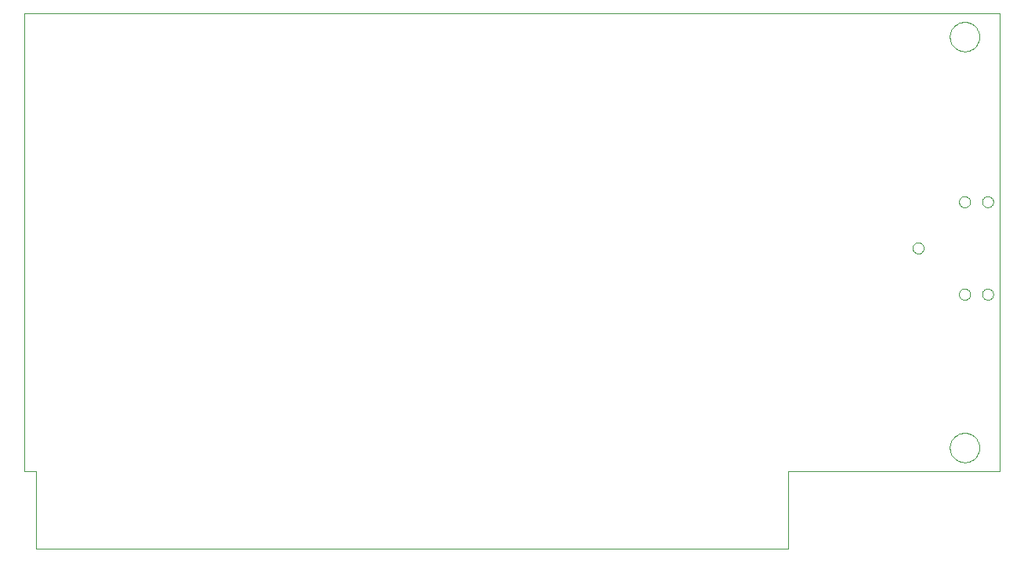
<source format=gko>
G75*
%MOIN*%
%OFA0B0*%
%FSLAX24Y24*%
%IPPOS*%
%LPD*%
%AMOC8*
5,1,8,0,0,1.08239X$1,22.5*
%
%ADD10C,0.0000*%
D10*
X000680Y000140D02*
X032680Y000140D01*
X032680Y003440D01*
X041680Y003440D01*
X041680Y022936D01*
X000180Y022936D01*
X000180Y003440D01*
X000680Y003440D01*
X000680Y000140D01*
X037975Y012940D02*
X037977Y012970D01*
X037983Y013000D01*
X037992Y013029D01*
X038005Y013056D01*
X038022Y013081D01*
X038041Y013104D01*
X038064Y013125D01*
X038089Y013142D01*
X038115Y013156D01*
X038144Y013166D01*
X038173Y013173D01*
X038203Y013176D01*
X038234Y013175D01*
X038264Y013170D01*
X038293Y013161D01*
X038320Y013149D01*
X038346Y013134D01*
X038370Y013115D01*
X038391Y013093D01*
X038409Y013069D01*
X038424Y013042D01*
X038435Y013014D01*
X038443Y012985D01*
X038447Y012955D01*
X038447Y012925D01*
X038443Y012895D01*
X038435Y012866D01*
X038424Y012838D01*
X038409Y012811D01*
X038391Y012787D01*
X038370Y012765D01*
X038346Y012746D01*
X038320Y012731D01*
X038293Y012719D01*
X038264Y012710D01*
X038234Y012705D01*
X038203Y012704D01*
X038173Y012707D01*
X038144Y012714D01*
X038115Y012724D01*
X038089Y012738D01*
X038064Y012755D01*
X038041Y012776D01*
X038022Y012799D01*
X038005Y012824D01*
X037992Y012851D01*
X037983Y012880D01*
X037977Y012910D01*
X037975Y012940D01*
X039944Y010971D02*
X039946Y011001D01*
X039952Y011031D01*
X039961Y011060D01*
X039974Y011087D01*
X039991Y011112D01*
X040010Y011135D01*
X040033Y011156D01*
X040058Y011173D01*
X040084Y011187D01*
X040113Y011197D01*
X040142Y011204D01*
X040172Y011207D01*
X040203Y011206D01*
X040233Y011201D01*
X040262Y011192D01*
X040289Y011180D01*
X040315Y011165D01*
X040339Y011146D01*
X040360Y011124D01*
X040378Y011100D01*
X040393Y011073D01*
X040404Y011045D01*
X040412Y011016D01*
X040416Y010986D01*
X040416Y010956D01*
X040412Y010926D01*
X040404Y010897D01*
X040393Y010869D01*
X040378Y010842D01*
X040360Y010818D01*
X040339Y010796D01*
X040315Y010777D01*
X040289Y010762D01*
X040262Y010750D01*
X040233Y010741D01*
X040203Y010736D01*
X040172Y010735D01*
X040142Y010738D01*
X040113Y010745D01*
X040084Y010755D01*
X040058Y010769D01*
X040033Y010786D01*
X040010Y010807D01*
X039991Y010830D01*
X039974Y010855D01*
X039961Y010882D01*
X039952Y010911D01*
X039946Y010941D01*
X039944Y010971D01*
X040928Y010971D02*
X040930Y011001D01*
X040936Y011031D01*
X040945Y011060D01*
X040958Y011087D01*
X040975Y011112D01*
X040994Y011135D01*
X041017Y011156D01*
X041042Y011173D01*
X041068Y011187D01*
X041097Y011197D01*
X041126Y011204D01*
X041156Y011207D01*
X041187Y011206D01*
X041217Y011201D01*
X041246Y011192D01*
X041273Y011180D01*
X041299Y011165D01*
X041323Y011146D01*
X041344Y011124D01*
X041362Y011100D01*
X041377Y011073D01*
X041388Y011045D01*
X041396Y011016D01*
X041400Y010986D01*
X041400Y010956D01*
X041396Y010926D01*
X041388Y010897D01*
X041377Y010869D01*
X041362Y010842D01*
X041344Y010818D01*
X041323Y010796D01*
X041299Y010777D01*
X041273Y010762D01*
X041246Y010750D01*
X041217Y010741D01*
X041187Y010736D01*
X041156Y010735D01*
X041126Y010738D01*
X041097Y010745D01*
X041068Y010755D01*
X041042Y010769D01*
X041017Y010786D01*
X040994Y010807D01*
X040975Y010830D01*
X040958Y010855D01*
X040945Y010882D01*
X040936Y010911D01*
X040930Y010941D01*
X040928Y010971D01*
X040928Y014909D02*
X040930Y014939D01*
X040936Y014969D01*
X040945Y014998D01*
X040958Y015025D01*
X040975Y015050D01*
X040994Y015073D01*
X041017Y015094D01*
X041042Y015111D01*
X041068Y015125D01*
X041097Y015135D01*
X041126Y015142D01*
X041156Y015145D01*
X041187Y015144D01*
X041217Y015139D01*
X041246Y015130D01*
X041273Y015118D01*
X041299Y015103D01*
X041323Y015084D01*
X041344Y015062D01*
X041362Y015038D01*
X041377Y015011D01*
X041388Y014983D01*
X041396Y014954D01*
X041400Y014924D01*
X041400Y014894D01*
X041396Y014864D01*
X041388Y014835D01*
X041377Y014807D01*
X041362Y014780D01*
X041344Y014756D01*
X041323Y014734D01*
X041299Y014715D01*
X041273Y014700D01*
X041246Y014688D01*
X041217Y014679D01*
X041187Y014674D01*
X041156Y014673D01*
X041126Y014676D01*
X041097Y014683D01*
X041068Y014693D01*
X041042Y014707D01*
X041017Y014724D01*
X040994Y014745D01*
X040975Y014768D01*
X040958Y014793D01*
X040945Y014820D01*
X040936Y014849D01*
X040930Y014879D01*
X040928Y014909D01*
X039944Y014909D02*
X039946Y014939D01*
X039952Y014969D01*
X039961Y014998D01*
X039974Y015025D01*
X039991Y015050D01*
X040010Y015073D01*
X040033Y015094D01*
X040058Y015111D01*
X040084Y015125D01*
X040113Y015135D01*
X040142Y015142D01*
X040172Y015145D01*
X040203Y015144D01*
X040233Y015139D01*
X040262Y015130D01*
X040289Y015118D01*
X040315Y015103D01*
X040339Y015084D01*
X040360Y015062D01*
X040378Y015038D01*
X040393Y015011D01*
X040404Y014983D01*
X040412Y014954D01*
X040416Y014924D01*
X040416Y014894D01*
X040412Y014864D01*
X040404Y014835D01*
X040393Y014807D01*
X040378Y014780D01*
X040360Y014756D01*
X040339Y014734D01*
X040315Y014715D01*
X040289Y014700D01*
X040262Y014688D01*
X040233Y014679D01*
X040203Y014674D01*
X040172Y014673D01*
X040142Y014676D01*
X040113Y014683D01*
X040084Y014693D01*
X040058Y014707D01*
X040033Y014724D01*
X040010Y014745D01*
X039991Y014768D01*
X039974Y014793D01*
X039961Y014820D01*
X039952Y014849D01*
X039946Y014879D01*
X039944Y014909D01*
X039555Y021940D02*
X039557Y021990D01*
X039563Y022039D01*
X039573Y022088D01*
X039586Y022135D01*
X039604Y022182D01*
X039625Y022227D01*
X039649Y022270D01*
X039677Y022311D01*
X039708Y022350D01*
X039742Y022386D01*
X039779Y022420D01*
X039819Y022450D01*
X039860Y022477D01*
X039904Y022501D01*
X039949Y022521D01*
X039996Y022537D01*
X040044Y022550D01*
X040093Y022559D01*
X040143Y022564D01*
X040192Y022565D01*
X040242Y022562D01*
X040291Y022555D01*
X040340Y022544D01*
X040387Y022530D01*
X040433Y022511D01*
X040478Y022489D01*
X040521Y022464D01*
X040561Y022435D01*
X040599Y022403D01*
X040635Y022369D01*
X040668Y022331D01*
X040697Y022291D01*
X040723Y022249D01*
X040746Y022205D01*
X040765Y022159D01*
X040781Y022112D01*
X040793Y022063D01*
X040801Y022014D01*
X040805Y021965D01*
X040805Y021915D01*
X040801Y021866D01*
X040793Y021817D01*
X040781Y021768D01*
X040765Y021721D01*
X040746Y021675D01*
X040723Y021631D01*
X040697Y021589D01*
X040668Y021549D01*
X040635Y021511D01*
X040599Y021477D01*
X040561Y021445D01*
X040521Y021416D01*
X040478Y021391D01*
X040433Y021369D01*
X040387Y021350D01*
X040340Y021336D01*
X040291Y021325D01*
X040242Y021318D01*
X040192Y021315D01*
X040143Y021316D01*
X040093Y021321D01*
X040044Y021330D01*
X039996Y021343D01*
X039949Y021359D01*
X039904Y021379D01*
X039860Y021403D01*
X039819Y021430D01*
X039779Y021460D01*
X039742Y021494D01*
X039708Y021530D01*
X039677Y021569D01*
X039649Y021610D01*
X039625Y021653D01*
X039604Y021698D01*
X039586Y021745D01*
X039573Y021792D01*
X039563Y021841D01*
X039557Y021890D01*
X039555Y021940D01*
X039555Y004440D02*
X039557Y004490D01*
X039563Y004539D01*
X039573Y004588D01*
X039586Y004635D01*
X039604Y004682D01*
X039625Y004727D01*
X039649Y004770D01*
X039677Y004811D01*
X039708Y004850D01*
X039742Y004886D01*
X039779Y004920D01*
X039819Y004950D01*
X039860Y004977D01*
X039904Y005001D01*
X039949Y005021D01*
X039996Y005037D01*
X040044Y005050D01*
X040093Y005059D01*
X040143Y005064D01*
X040192Y005065D01*
X040242Y005062D01*
X040291Y005055D01*
X040340Y005044D01*
X040387Y005030D01*
X040433Y005011D01*
X040478Y004989D01*
X040521Y004964D01*
X040561Y004935D01*
X040599Y004903D01*
X040635Y004869D01*
X040668Y004831D01*
X040697Y004791D01*
X040723Y004749D01*
X040746Y004705D01*
X040765Y004659D01*
X040781Y004612D01*
X040793Y004563D01*
X040801Y004514D01*
X040805Y004465D01*
X040805Y004415D01*
X040801Y004366D01*
X040793Y004317D01*
X040781Y004268D01*
X040765Y004221D01*
X040746Y004175D01*
X040723Y004131D01*
X040697Y004089D01*
X040668Y004049D01*
X040635Y004011D01*
X040599Y003977D01*
X040561Y003945D01*
X040521Y003916D01*
X040478Y003891D01*
X040433Y003869D01*
X040387Y003850D01*
X040340Y003836D01*
X040291Y003825D01*
X040242Y003818D01*
X040192Y003815D01*
X040143Y003816D01*
X040093Y003821D01*
X040044Y003830D01*
X039996Y003843D01*
X039949Y003859D01*
X039904Y003879D01*
X039860Y003903D01*
X039819Y003930D01*
X039779Y003960D01*
X039742Y003994D01*
X039708Y004030D01*
X039677Y004069D01*
X039649Y004110D01*
X039625Y004153D01*
X039604Y004198D01*
X039586Y004245D01*
X039573Y004292D01*
X039563Y004341D01*
X039557Y004390D01*
X039555Y004440D01*
M02*

</source>
